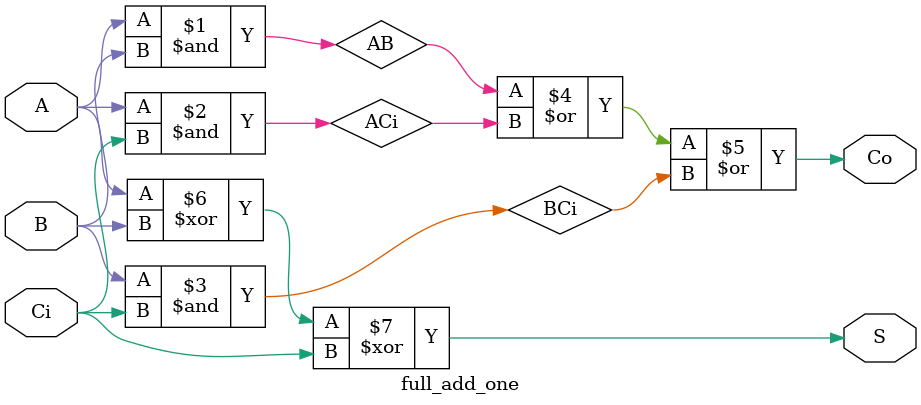
<source format=v>
module full_add_one (A, B, Ci, Co, S);

input A, B, Ci;
output Co, S;
wire AB, ACi, BCi;

and (AB, A, B);
and (ACi, A, Ci);
and (BCi, B, Ci);
or (Co, AB, ACi, BCi);
xor (S, A, B, Ci);

endmodule // full_add_one

</source>
